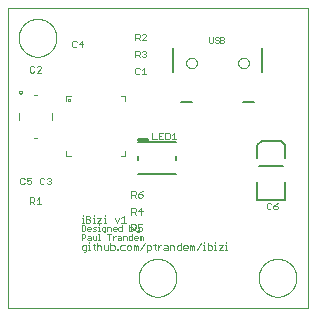
<source format=gto>
G75*
%MOIN*%
%OFA0B0*%
%FSLAX25Y25*%
%IPPOS*%
%LPD*%
%AMOC8*
5,1,8,0,0,1.08239X$1,22.5*
%
%ADD10C,0.00000*%
%ADD11C,0.00200*%
%ADD12C,0.00300*%
%ADD13C,0.00315*%
%ADD14C,0.00800*%
%ADD15C,0.01200*%
%ADD16C,0.00500*%
%ADD17C,0.00394*%
D10*
X0003400Y0003213D02*
X0003413Y0003200D01*
X0003440Y0003200D01*
X0003453Y0003213D01*
X0003474Y0003213D02*
X0003474Y0003200D01*
X0003487Y0003200D01*
X0003487Y0003213D01*
X0003474Y0003213D01*
X0003474Y0003240D02*
X0003474Y0003253D01*
X0003487Y0003253D01*
X0003487Y0003240D01*
X0003474Y0003240D01*
X0003453Y0003267D02*
X0003440Y0003280D01*
X0003413Y0003280D01*
X0003400Y0003267D01*
X0003400Y0003213D01*
X0003510Y0003200D02*
X0003564Y0003280D01*
X0003584Y0003267D02*
X0003584Y0003253D01*
X0003597Y0003240D01*
X0003624Y0003240D01*
X0003637Y0003227D01*
X0003637Y0003213D01*
X0003624Y0003200D01*
X0003597Y0003200D01*
X0003584Y0003213D01*
X0003584Y0003267D02*
X0003597Y0003280D01*
X0003624Y0003280D01*
X0003637Y0003267D01*
X0003658Y0003280D02*
X0003658Y0003200D01*
X0003658Y0003240D02*
X0003671Y0003253D01*
X0003698Y0003253D01*
X0003711Y0003240D01*
X0003711Y0003200D01*
X0003731Y0003213D02*
X0003745Y0003227D01*
X0003785Y0003227D01*
X0003785Y0003240D02*
X0003785Y0003200D01*
X0003745Y0003200D01*
X0003731Y0003213D01*
X0003745Y0003253D02*
X0003771Y0003253D01*
X0003785Y0003240D01*
X0003805Y0003227D02*
X0003832Y0003253D01*
X0003845Y0003253D01*
X0003866Y0003240D02*
X0003880Y0003253D01*
X0003906Y0003253D01*
X0003920Y0003240D01*
X0003920Y0003227D01*
X0003866Y0003227D01*
X0003866Y0003240D02*
X0003866Y0003213D01*
X0003880Y0003200D01*
X0003906Y0003200D01*
X0003940Y0003200D02*
X0003993Y0003280D01*
X0004027Y0003253D02*
X0004054Y0003253D01*
X0004067Y0003240D01*
X0004067Y0003227D01*
X0004014Y0003227D01*
X0004014Y0003240D02*
X0004027Y0003253D01*
X0004014Y0003240D02*
X0004014Y0003213D01*
X0004027Y0003200D01*
X0004054Y0003200D01*
X0004087Y0003200D02*
X0004087Y0003253D01*
X0004101Y0003253D01*
X0004114Y0003240D01*
X0004127Y0003253D01*
X0004141Y0003240D01*
X0004141Y0003200D01*
X0004161Y0003200D02*
X0004201Y0003200D01*
X0004214Y0003213D01*
X0004214Y0003240D01*
X0004201Y0003253D01*
X0004161Y0003253D01*
X0004161Y0003280D02*
X0004161Y0003200D01*
X0004114Y0003200D02*
X0004114Y0003240D01*
X0004235Y0003240D02*
X0004248Y0003253D01*
X0004275Y0003253D01*
X0004288Y0003240D01*
X0004288Y0003227D01*
X0004235Y0003227D01*
X0004235Y0003240D02*
X0004235Y0003213D01*
X0004248Y0003200D01*
X0004275Y0003200D01*
X0004308Y0003213D02*
X0004308Y0003240D01*
X0004322Y0003253D01*
X0004362Y0003253D01*
X0004382Y0003240D02*
X0004395Y0003253D01*
X0004435Y0003253D01*
X0004456Y0003240D02*
X0004469Y0003253D01*
X0004496Y0003253D01*
X0004509Y0003240D01*
X0004509Y0003227D01*
X0004456Y0003227D01*
X0004456Y0003240D02*
X0004456Y0003213D01*
X0004469Y0003200D01*
X0004496Y0003200D01*
X0004529Y0003213D02*
X0004529Y0003240D01*
X0004543Y0003253D01*
X0004583Y0003253D01*
X0004603Y0003240D02*
X0004603Y0003213D01*
X0004616Y0003200D01*
X0004656Y0003200D01*
X0004677Y0003200D02*
X0004703Y0003200D01*
X0004690Y0003200D02*
X0004690Y0003280D01*
X0004677Y0003280D01*
X0004656Y0003253D02*
X0004616Y0003253D01*
X0004603Y0003240D01*
X0004583Y0003200D02*
X0004543Y0003200D01*
X0004529Y0003213D01*
X0004583Y0003200D02*
X0004583Y0003280D01*
X0004726Y0003253D02*
X0004726Y0003213D01*
X0004739Y0003200D01*
X0004779Y0003200D01*
X0004779Y0003253D01*
X0004799Y0003253D02*
X0004839Y0003253D01*
X0004853Y0003240D01*
X0004853Y0003213D01*
X0004839Y0003200D01*
X0004799Y0003200D01*
X0004799Y0003280D01*
X0004873Y0003280D02*
X0004886Y0003280D01*
X0004886Y0003200D01*
X0004873Y0003200D02*
X0004900Y0003200D01*
X0004922Y0003213D02*
X0004935Y0003200D01*
X0004962Y0003200D01*
X0004975Y0003213D01*
X0004975Y0003240D01*
X0004962Y0003253D01*
X0004935Y0003253D01*
X0004922Y0003240D01*
X0004922Y0003213D01*
X0004996Y0003213D02*
X0005009Y0003200D01*
X0005049Y0003200D01*
X0005049Y0003187D02*
X0005049Y0003253D01*
X0005009Y0003253D01*
X0004996Y0003240D01*
X0004996Y0003213D01*
X0005022Y0003173D02*
X0005036Y0003173D01*
X0005049Y0003187D01*
X0005069Y0003213D02*
X0005083Y0003200D01*
X0005109Y0003200D01*
X0005123Y0003213D01*
X0005123Y0003240D01*
X0005109Y0003253D01*
X0005083Y0003253D01*
X0005069Y0003240D01*
X0005069Y0003213D01*
X0005143Y0003200D02*
X0005196Y0003200D01*
X0005217Y0003200D02*
X0005230Y0003200D01*
X0005230Y0003213D01*
X0005217Y0003213D01*
X0005217Y0003200D01*
X0005253Y0003200D02*
X0005293Y0003200D01*
X0005307Y0003213D01*
X0005307Y0003240D01*
X0005293Y0003253D01*
X0005253Y0003253D01*
X0005253Y0003280D02*
X0005253Y0003200D01*
X0005327Y0003200D02*
X0005327Y0003253D01*
X0005340Y0003253D01*
X0005354Y0003240D01*
X0005367Y0003253D01*
X0005380Y0003240D01*
X0005380Y0003200D01*
X0005401Y0003200D02*
X0005441Y0003200D01*
X0005454Y0003213D01*
X0005454Y0003240D01*
X0005441Y0003253D01*
X0005401Y0003253D01*
X0005401Y0003173D01*
X0005354Y0003200D02*
X0005354Y0003240D01*
X0005170Y0003280D02*
X0005170Y0003200D01*
X0005143Y0003253D02*
X0005170Y0003280D01*
X0004435Y0003280D02*
X0004435Y0003200D01*
X0004395Y0003200D01*
X0004382Y0003213D01*
X0004382Y0003240D01*
X0004362Y0003200D02*
X0004322Y0003200D01*
X0004308Y0003213D01*
X0004362Y0003200D02*
X0004362Y0003280D01*
X0003805Y0003253D02*
X0003805Y0003200D01*
X0003400Y0003400D02*
X0003400Y0103400D01*
X0103400Y0103400D01*
X0103400Y0003400D01*
X0003400Y0003400D01*
X0047101Y0013400D02*
X0047103Y0013558D01*
X0047109Y0013716D01*
X0047119Y0013874D01*
X0047133Y0014032D01*
X0047151Y0014189D01*
X0047172Y0014346D01*
X0047198Y0014502D01*
X0047228Y0014658D01*
X0047261Y0014813D01*
X0047299Y0014966D01*
X0047340Y0015119D01*
X0047385Y0015271D01*
X0047434Y0015422D01*
X0047487Y0015571D01*
X0047543Y0015719D01*
X0047603Y0015865D01*
X0047667Y0016010D01*
X0047735Y0016153D01*
X0047806Y0016295D01*
X0047880Y0016435D01*
X0047958Y0016572D01*
X0048040Y0016708D01*
X0048124Y0016842D01*
X0048213Y0016973D01*
X0048304Y0017102D01*
X0048399Y0017229D01*
X0048496Y0017354D01*
X0048597Y0017476D01*
X0048701Y0017595D01*
X0048808Y0017712D01*
X0048918Y0017826D01*
X0049031Y0017937D01*
X0049146Y0018046D01*
X0049264Y0018151D01*
X0049385Y0018253D01*
X0049508Y0018353D01*
X0049634Y0018449D01*
X0049762Y0018542D01*
X0049892Y0018632D01*
X0050025Y0018718D01*
X0050160Y0018802D01*
X0050296Y0018881D01*
X0050435Y0018958D01*
X0050576Y0019030D01*
X0050718Y0019100D01*
X0050862Y0019165D01*
X0051008Y0019227D01*
X0051155Y0019285D01*
X0051304Y0019340D01*
X0051454Y0019391D01*
X0051605Y0019438D01*
X0051757Y0019481D01*
X0051910Y0019520D01*
X0052065Y0019556D01*
X0052220Y0019587D01*
X0052376Y0019615D01*
X0052532Y0019639D01*
X0052689Y0019659D01*
X0052847Y0019675D01*
X0053004Y0019687D01*
X0053163Y0019695D01*
X0053321Y0019699D01*
X0053479Y0019699D01*
X0053637Y0019695D01*
X0053796Y0019687D01*
X0053953Y0019675D01*
X0054111Y0019659D01*
X0054268Y0019639D01*
X0054424Y0019615D01*
X0054580Y0019587D01*
X0054735Y0019556D01*
X0054890Y0019520D01*
X0055043Y0019481D01*
X0055195Y0019438D01*
X0055346Y0019391D01*
X0055496Y0019340D01*
X0055645Y0019285D01*
X0055792Y0019227D01*
X0055938Y0019165D01*
X0056082Y0019100D01*
X0056224Y0019030D01*
X0056365Y0018958D01*
X0056504Y0018881D01*
X0056640Y0018802D01*
X0056775Y0018718D01*
X0056908Y0018632D01*
X0057038Y0018542D01*
X0057166Y0018449D01*
X0057292Y0018353D01*
X0057415Y0018253D01*
X0057536Y0018151D01*
X0057654Y0018046D01*
X0057769Y0017937D01*
X0057882Y0017826D01*
X0057992Y0017712D01*
X0058099Y0017595D01*
X0058203Y0017476D01*
X0058304Y0017354D01*
X0058401Y0017229D01*
X0058496Y0017102D01*
X0058587Y0016973D01*
X0058676Y0016842D01*
X0058760Y0016708D01*
X0058842Y0016572D01*
X0058920Y0016435D01*
X0058994Y0016295D01*
X0059065Y0016153D01*
X0059133Y0016010D01*
X0059197Y0015865D01*
X0059257Y0015719D01*
X0059313Y0015571D01*
X0059366Y0015422D01*
X0059415Y0015271D01*
X0059460Y0015119D01*
X0059501Y0014966D01*
X0059539Y0014813D01*
X0059572Y0014658D01*
X0059602Y0014502D01*
X0059628Y0014346D01*
X0059649Y0014189D01*
X0059667Y0014032D01*
X0059681Y0013874D01*
X0059691Y0013716D01*
X0059697Y0013558D01*
X0059699Y0013400D01*
X0059697Y0013242D01*
X0059691Y0013084D01*
X0059681Y0012926D01*
X0059667Y0012768D01*
X0059649Y0012611D01*
X0059628Y0012454D01*
X0059602Y0012298D01*
X0059572Y0012142D01*
X0059539Y0011987D01*
X0059501Y0011834D01*
X0059460Y0011681D01*
X0059415Y0011529D01*
X0059366Y0011378D01*
X0059313Y0011229D01*
X0059257Y0011081D01*
X0059197Y0010935D01*
X0059133Y0010790D01*
X0059065Y0010647D01*
X0058994Y0010505D01*
X0058920Y0010365D01*
X0058842Y0010228D01*
X0058760Y0010092D01*
X0058676Y0009958D01*
X0058587Y0009827D01*
X0058496Y0009698D01*
X0058401Y0009571D01*
X0058304Y0009446D01*
X0058203Y0009324D01*
X0058099Y0009205D01*
X0057992Y0009088D01*
X0057882Y0008974D01*
X0057769Y0008863D01*
X0057654Y0008754D01*
X0057536Y0008649D01*
X0057415Y0008547D01*
X0057292Y0008447D01*
X0057166Y0008351D01*
X0057038Y0008258D01*
X0056908Y0008168D01*
X0056775Y0008082D01*
X0056640Y0007998D01*
X0056504Y0007919D01*
X0056365Y0007842D01*
X0056224Y0007770D01*
X0056082Y0007700D01*
X0055938Y0007635D01*
X0055792Y0007573D01*
X0055645Y0007515D01*
X0055496Y0007460D01*
X0055346Y0007409D01*
X0055195Y0007362D01*
X0055043Y0007319D01*
X0054890Y0007280D01*
X0054735Y0007244D01*
X0054580Y0007213D01*
X0054424Y0007185D01*
X0054268Y0007161D01*
X0054111Y0007141D01*
X0053953Y0007125D01*
X0053796Y0007113D01*
X0053637Y0007105D01*
X0053479Y0007101D01*
X0053321Y0007101D01*
X0053163Y0007105D01*
X0053004Y0007113D01*
X0052847Y0007125D01*
X0052689Y0007141D01*
X0052532Y0007161D01*
X0052376Y0007185D01*
X0052220Y0007213D01*
X0052065Y0007244D01*
X0051910Y0007280D01*
X0051757Y0007319D01*
X0051605Y0007362D01*
X0051454Y0007409D01*
X0051304Y0007460D01*
X0051155Y0007515D01*
X0051008Y0007573D01*
X0050862Y0007635D01*
X0050718Y0007700D01*
X0050576Y0007770D01*
X0050435Y0007842D01*
X0050296Y0007919D01*
X0050160Y0007998D01*
X0050025Y0008082D01*
X0049892Y0008168D01*
X0049762Y0008258D01*
X0049634Y0008351D01*
X0049508Y0008447D01*
X0049385Y0008547D01*
X0049264Y0008649D01*
X0049146Y0008754D01*
X0049031Y0008863D01*
X0048918Y0008974D01*
X0048808Y0009088D01*
X0048701Y0009205D01*
X0048597Y0009324D01*
X0048496Y0009446D01*
X0048399Y0009571D01*
X0048304Y0009698D01*
X0048213Y0009827D01*
X0048124Y0009958D01*
X0048040Y0010092D01*
X0047958Y0010228D01*
X0047880Y0010365D01*
X0047806Y0010505D01*
X0047735Y0010647D01*
X0047667Y0010790D01*
X0047603Y0010935D01*
X0047543Y0011081D01*
X0047487Y0011229D01*
X0047434Y0011378D01*
X0047385Y0011529D01*
X0047340Y0011681D01*
X0047299Y0011834D01*
X0047261Y0011987D01*
X0047228Y0012142D01*
X0047198Y0012298D01*
X0047172Y0012454D01*
X0047151Y0012611D01*
X0047133Y0012768D01*
X0047119Y0012926D01*
X0047109Y0013084D01*
X0047103Y0013242D01*
X0047101Y0013400D01*
X0087101Y0013400D02*
X0087103Y0013558D01*
X0087109Y0013716D01*
X0087119Y0013874D01*
X0087133Y0014032D01*
X0087151Y0014189D01*
X0087172Y0014346D01*
X0087198Y0014502D01*
X0087228Y0014658D01*
X0087261Y0014813D01*
X0087299Y0014966D01*
X0087340Y0015119D01*
X0087385Y0015271D01*
X0087434Y0015422D01*
X0087487Y0015571D01*
X0087543Y0015719D01*
X0087603Y0015865D01*
X0087667Y0016010D01*
X0087735Y0016153D01*
X0087806Y0016295D01*
X0087880Y0016435D01*
X0087958Y0016572D01*
X0088040Y0016708D01*
X0088124Y0016842D01*
X0088213Y0016973D01*
X0088304Y0017102D01*
X0088399Y0017229D01*
X0088496Y0017354D01*
X0088597Y0017476D01*
X0088701Y0017595D01*
X0088808Y0017712D01*
X0088918Y0017826D01*
X0089031Y0017937D01*
X0089146Y0018046D01*
X0089264Y0018151D01*
X0089385Y0018253D01*
X0089508Y0018353D01*
X0089634Y0018449D01*
X0089762Y0018542D01*
X0089892Y0018632D01*
X0090025Y0018718D01*
X0090160Y0018802D01*
X0090296Y0018881D01*
X0090435Y0018958D01*
X0090576Y0019030D01*
X0090718Y0019100D01*
X0090862Y0019165D01*
X0091008Y0019227D01*
X0091155Y0019285D01*
X0091304Y0019340D01*
X0091454Y0019391D01*
X0091605Y0019438D01*
X0091757Y0019481D01*
X0091910Y0019520D01*
X0092065Y0019556D01*
X0092220Y0019587D01*
X0092376Y0019615D01*
X0092532Y0019639D01*
X0092689Y0019659D01*
X0092847Y0019675D01*
X0093004Y0019687D01*
X0093163Y0019695D01*
X0093321Y0019699D01*
X0093479Y0019699D01*
X0093637Y0019695D01*
X0093796Y0019687D01*
X0093953Y0019675D01*
X0094111Y0019659D01*
X0094268Y0019639D01*
X0094424Y0019615D01*
X0094580Y0019587D01*
X0094735Y0019556D01*
X0094890Y0019520D01*
X0095043Y0019481D01*
X0095195Y0019438D01*
X0095346Y0019391D01*
X0095496Y0019340D01*
X0095645Y0019285D01*
X0095792Y0019227D01*
X0095938Y0019165D01*
X0096082Y0019100D01*
X0096224Y0019030D01*
X0096365Y0018958D01*
X0096504Y0018881D01*
X0096640Y0018802D01*
X0096775Y0018718D01*
X0096908Y0018632D01*
X0097038Y0018542D01*
X0097166Y0018449D01*
X0097292Y0018353D01*
X0097415Y0018253D01*
X0097536Y0018151D01*
X0097654Y0018046D01*
X0097769Y0017937D01*
X0097882Y0017826D01*
X0097992Y0017712D01*
X0098099Y0017595D01*
X0098203Y0017476D01*
X0098304Y0017354D01*
X0098401Y0017229D01*
X0098496Y0017102D01*
X0098587Y0016973D01*
X0098676Y0016842D01*
X0098760Y0016708D01*
X0098842Y0016572D01*
X0098920Y0016435D01*
X0098994Y0016295D01*
X0099065Y0016153D01*
X0099133Y0016010D01*
X0099197Y0015865D01*
X0099257Y0015719D01*
X0099313Y0015571D01*
X0099366Y0015422D01*
X0099415Y0015271D01*
X0099460Y0015119D01*
X0099501Y0014966D01*
X0099539Y0014813D01*
X0099572Y0014658D01*
X0099602Y0014502D01*
X0099628Y0014346D01*
X0099649Y0014189D01*
X0099667Y0014032D01*
X0099681Y0013874D01*
X0099691Y0013716D01*
X0099697Y0013558D01*
X0099699Y0013400D01*
X0099697Y0013242D01*
X0099691Y0013084D01*
X0099681Y0012926D01*
X0099667Y0012768D01*
X0099649Y0012611D01*
X0099628Y0012454D01*
X0099602Y0012298D01*
X0099572Y0012142D01*
X0099539Y0011987D01*
X0099501Y0011834D01*
X0099460Y0011681D01*
X0099415Y0011529D01*
X0099366Y0011378D01*
X0099313Y0011229D01*
X0099257Y0011081D01*
X0099197Y0010935D01*
X0099133Y0010790D01*
X0099065Y0010647D01*
X0098994Y0010505D01*
X0098920Y0010365D01*
X0098842Y0010228D01*
X0098760Y0010092D01*
X0098676Y0009958D01*
X0098587Y0009827D01*
X0098496Y0009698D01*
X0098401Y0009571D01*
X0098304Y0009446D01*
X0098203Y0009324D01*
X0098099Y0009205D01*
X0097992Y0009088D01*
X0097882Y0008974D01*
X0097769Y0008863D01*
X0097654Y0008754D01*
X0097536Y0008649D01*
X0097415Y0008547D01*
X0097292Y0008447D01*
X0097166Y0008351D01*
X0097038Y0008258D01*
X0096908Y0008168D01*
X0096775Y0008082D01*
X0096640Y0007998D01*
X0096504Y0007919D01*
X0096365Y0007842D01*
X0096224Y0007770D01*
X0096082Y0007700D01*
X0095938Y0007635D01*
X0095792Y0007573D01*
X0095645Y0007515D01*
X0095496Y0007460D01*
X0095346Y0007409D01*
X0095195Y0007362D01*
X0095043Y0007319D01*
X0094890Y0007280D01*
X0094735Y0007244D01*
X0094580Y0007213D01*
X0094424Y0007185D01*
X0094268Y0007161D01*
X0094111Y0007141D01*
X0093953Y0007125D01*
X0093796Y0007113D01*
X0093637Y0007105D01*
X0093479Y0007101D01*
X0093321Y0007101D01*
X0093163Y0007105D01*
X0093004Y0007113D01*
X0092847Y0007125D01*
X0092689Y0007141D01*
X0092532Y0007161D01*
X0092376Y0007185D01*
X0092220Y0007213D01*
X0092065Y0007244D01*
X0091910Y0007280D01*
X0091757Y0007319D01*
X0091605Y0007362D01*
X0091454Y0007409D01*
X0091304Y0007460D01*
X0091155Y0007515D01*
X0091008Y0007573D01*
X0090862Y0007635D01*
X0090718Y0007700D01*
X0090576Y0007770D01*
X0090435Y0007842D01*
X0090296Y0007919D01*
X0090160Y0007998D01*
X0090025Y0008082D01*
X0089892Y0008168D01*
X0089762Y0008258D01*
X0089634Y0008351D01*
X0089508Y0008447D01*
X0089385Y0008547D01*
X0089264Y0008649D01*
X0089146Y0008754D01*
X0089031Y0008863D01*
X0088918Y0008974D01*
X0088808Y0009088D01*
X0088701Y0009205D01*
X0088597Y0009324D01*
X0088496Y0009446D01*
X0088399Y0009571D01*
X0088304Y0009698D01*
X0088213Y0009827D01*
X0088124Y0009958D01*
X0088040Y0010092D01*
X0087958Y0010228D01*
X0087880Y0010365D01*
X0087806Y0010505D01*
X0087735Y0010647D01*
X0087667Y0010790D01*
X0087603Y0010935D01*
X0087543Y0011081D01*
X0087487Y0011229D01*
X0087434Y0011378D01*
X0087385Y0011529D01*
X0087340Y0011681D01*
X0087299Y0011834D01*
X0087261Y0011987D01*
X0087228Y0012142D01*
X0087198Y0012298D01*
X0087172Y0012454D01*
X0087151Y0012611D01*
X0087133Y0012768D01*
X0087119Y0012926D01*
X0087109Y0013084D01*
X0087103Y0013242D01*
X0087101Y0013400D01*
X0080289Y0085000D02*
X0080291Y0085084D01*
X0080297Y0085167D01*
X0080307Y0085250D01*
X0080321Y0085333D01*
X0080338Y0085415D01*
X0080360Y0085496D01*
X0080385Y0085575D01*
X0080414Y0085654D01*
X0080447Y0085731D01*
X0080483Y0085806D01*
X0080523Y0085880D01*
X0080566Y0085952D01*
X0080613Y0086021D01*
X0080663Y0086088D01*
X0080716Y0086153D01*
X0080772Y0086215D01*
X0080830Y0086275D01*
X0080892Y0086332D01*
X0080956Y0086385D01*
X0081023Y0086436D01*
X0081092Y0086483D01*
X0081163Y0086528D01*
X0081236Y0086568D01*
X0081311Y0086605D01*
X0081388Y0086639D01*
X0081466Y0086669D01*
X0081545Y0086695D01*
X0081626Y0086718D01*
X0081708Y0086736D01*
X0081790Y0086751D01*
X0081873Y0086762D01*
X0081956Y0086769D01*
X0082040Y0086772D01*
X0082124Y0086771D01*
X0082207Y0086766D01*
X0082291Y0086757D01*
X0082373Y0086744D01*
X0082455Y0086728D01*
X0082536Y0086707D01*
X0082617Y0086683D01*
X0082695Y0086655D01*
X0082773Y0086623D01*
X0082849Y0086587D01*
X0082923Y0086548D01*
X0082995Y0086506D01*
X0083065Y0086460D01*
X0083133Y0086411D01*
X0083198Y0086359D01*
X0083261Y0086304D01*
X0083321Y0086246D01*
X0083379Y0086185D01*
X0083433Y0086121D01*
X0083485Y0086055D01*
X0083533Y0085987D01*
X0083578Y0085916D01*
X0083619Y0085843D01*
X0083658Y0085769D01*
X0083692Y0085693D01*
X0083723Y0085615D01*
X0083750Y0085536D01*
X0083774Y0085455D01*
X0083793Y0085374D01*
X0083809Y0085292D01*
X0083821Y0085209D01*
X0083829Y0085125D01*
X0083833Y0085042D01*
X0083833Y0084958D01*
X0083829Y0084875D01*
X0083821Y0084791D01*
X0083809Y0084708D01*
X0083793Y0084626D01*
X0083774Y0084545D01*
X0083750Y0084464D01*
X0083723Y0084385D01*
X0083692Y0084307D01*
X0083658Y0084231D01*
X0083619Y0084157D01*
X0083578Y0084084D01*
X0083533Y0084013D01*
X0083485Y0083945D01*
X0083433Y0083879D01*
X0083379Y0083815D01*
X0083321Y0083754D01*
X0083261Y0083696D01*
X0083198Y0083641D01*
X0083133Y0083589D01*
X0083065Y0083540D01*
X0082995Y0083494D01*
X0082923Y0083452D01*
X0082849Y0083413D01*
X0082773Y0083377D01*
X0082695Y0083345D01*
X0082617Y0083317D01*
X0082536Y0083293D01*
X0082455Y0083272D01*
X0082373Y0083256D01*
X0082291Y0083243D01*
X0082207Y0083234D01*
X0082124Y0083229D01*
X0082040Y0083228D01*
X0081956Y0083231D01*
X0081873Y0083238D01*
X0081790Y0083249D01*
X0081708Y0083264D01*
X0081626Y0083282D01*
X0081545Y0083305D01*
X0081466Y0083331D01*
X0081388Y0083361D01*
X0081311Y0083395D01*
X0081236Y0083432D01*
X0081163Y0083472D01*
X0081092Y0083517D01*
X0081023Y0083564D01*
X0080956Y0083615D01*
X0080892Y0083668D01*
X0080830Y0083725D01*
X0080772Y0083785D01*
X0080716Y0083847D01*
X0080663Y0083912D01*
X0080613Y0083979D01*
X0080566Y0084048D01*
X0080523Y0084120D01*
X0080483Y0084194D01*
X0080447Y0084269D01*
X0080414Y0084346D01*
X0080385Y0084425D01*
X0080360Y0084504D01*
X0080338Y0084585D01*
X0080321Y0084667D01*
X0080307Y0084750D01*
X0080297Y0084833D01*
X0080291Y0084916D01*
X0080289Y0085000D01*
X0062967Y0085000D02*
X0062969Y0085084D01*
X0062975Y0085167D01*
X0062985Y0085250D01*
X0062999Y0085333D01*
X0063016Y0085415D01*
X0063038Y0085496D01*
X0063063Y0085575D01*
X0063092Y0085654D01*
X0063125Y0085731D01*
X0063161Y0085806D01*
X0063201Y0085880D01*
X0063244Y0085952D01*
X0063291Y0086021D01*
X0063341Y0086088D01*
X0063394Y0086153D01*
X0063450Y0086215D01*
X0063508Y0086275D01*
X0063570Y0086332D01*
X0063634Y0086385D01*
X0063701Y0086436D01*
X0063770Y0086483D01*
X0063841Y0086528D01*
X0063914Y0086568D01*
X0063989Y0086605D01*
X0064066Y0086639D01*
X0064144Y0086669D01*
X0064223Y0086695D01*
X0064304Y0086718D01*
X0064386Y0086736D01*
X0064468Y0086751D01*
X0064551Y0086762D01*
X0064634Y0086769D01*
X0064718Y0086772D01*
X0064802Y0086771D01*
X0064885Y0086766D01*
X0064969Y0086757D01*
X0065051Y0086744D01*
X0065133Y0086728D01*
X0065214Y0086707D01*
X0065295Y0086683D01*
X0065373Y0086655D01*
X0065451Y0086623D01*
X0065527Y0086587D01*
X0065601Y0086548D01*
X0065673Y0086506D01*
X0065743Y0086460D01*
X0065811Y0086411D01*
X0065876Y0086359D01*
X0065939Y0086304D01*
X0065999Y0086246D01*
X0066057Y0086185D01*
X0066111Y0086121D01*
X0066163Y0086055D01*
X0066211Y0085987D01*
X0066256Y0085916D01*
X0066297Y0085843D01*
X0066336Y0085769D01*
X0066370Y0085693D01*
X0066401Y0085615D01*
X0066428Y0085536D01*
X0066452Y0085455D01*
X0066471Y0085374D01*
X0066487Y0085292D01*
X0066499Y0085209D01*
X0066507Y0085125D01*
X0066511Y0085042D01*
X0066511Y0084958D01*
X0066507Y0084875D01*
X0066499Y0084791D01*
X0066487Y0084708D01*
X0066471Y0084626D01*
X0066452Y0084545D01*
X0066428Y0084464D01*
X0066401Y0084385D01*
X0066370Y0084307D01*
X0066336Y0084231D01*
X0066297Y0084157D01*
X0066256Y0084084D01*
X0066211Y0084013D01*
X0066163Y0083945D01*
X0066111Y0083879D01*
X0066057Y0083815D01*
X0065999Y0083754D01*
X0065939Y0083696D01*
X0065876Y0083641D01*
X0065811Y0083589D01*
X0065743Y0083540D01*
X0065673Y0083494D01*
X0065601Y0083452D01*
X0065527Y0083413D01*
X0065451Y0083377D01*
X0065373Y0083345D01*
X0065295Y0083317D01*
X0065214Y0083293D01*
X0065133Y0083272D01*
X0065051Y0083256D01*
X0064969Y0083243D01*
X0064885Y0083234D01*
X0064802Y0083229D01*
X0064718Y0083228D01*
X0064634Y0083231D01*
X0064551Y0083238D01*
X0064468Y0083249D01*
X0064386Y0083264D01*
X0064304Y0083282D01*
X0064223Y0083305D01*
X0064144Y0083331D01*
X0064066Y0083361D01*
X0063989Y0083395D01*
X0063914Y0083432D01*
X0063841Y0083472D01*
X0063770Y0083517D01*
X0063701Y0083564D01*
X0063634Y0083615D01*
X0063570Y0083668D01*
X0063508Y0083725D01*
X0063450Y0083785D01*
X0063394Y0083847D01*
X0063341Y0083912D01*
X0063291Y0083979D01*
X0063244Y0084048D01*
X0063201Y0084120D01*
X0063161Y0084194D01*
X0063125Y0084269D01*
X0063092Y0084346D01*
X0063063Y0084425D01*
X0063038Y0084504D01*
X0063016Y0084585D01*
X0062999Y0084667D01*
X0062985Y0084750D01*
X0062975Y0084833D01*
X0062969Y0084916D01*
X0062967Y0085000D01*
X0007101Y0093400D02*
X0007103Y0093558D01*
X0007109Y0093716D01*
X0007119Y0093874D01*
X0007133Y0094032D01*
X0007151Y0094189D01*
X0007172Y0094346D01*
X0007198Y0094502D01*
X0007228Y0094658D01*
X0007261Y0094813D01*
X0007299Y0094966D01*
X0007340Y0095119D01*
X0007385Y0095271D01*
X0007434Y0095422D01*
X0007487Y0095571D01*
X0007543Y0095719D01*
X0007603Y0095865D01*
X0007667Y0096010D01*
X0007735Y0096153D01*
X0007806Y0096295D01*
X0007880Y0096435D01*
X0007958Y0096572D01*
X0008040Y0096708D01*
X0008124Y0096842D01*
X0008213Y0096973D01*
X0008304Y0097102D01*
X0008399Y0097229D01*
X0008496Y0097354D01*
X0008597Y0097476D01*
X0008701Y0097595D01*
X0008808Y0097712D01*
X0008918Y0097826D01*
X0009031Y0097937D01*
X0009146Y0098046D01*
X0009264Y0098151D01*
X0009385Y0098253D01*
X0009508Y0098353D01*
X0009634Y0098449D01*
X0009762Y0098542D01*
X0009892Y0098632D01*
X0010025Y0098718D01*
X0010160Y0098802D01*
X0010296Y0098881D01*
X0010435Y0098958D01*
X0010576Y0099030D01*
X0010718Y0099100D01*
X0010862Y0099165D01*
X0011008Y0099227D01*
X0011155Y0099285D01*
X0011304Y0099340D01*
X0011454Y0099391D01*
X0011605Y0099438D01*
X0011757Y0099481D01*
X0011910Y0099520D01*
X0012065Y0099556D01*
X0012220Y0099587D01*
X0012376Y0099615D01*
X0012532Y0099639D01*
X0012689Y0099659D01*
X0012847Y0099675D01*
X0013004Y0099687D01*
X0013163Y0099695D01*
X0013321Y0099699D01*
X0013479Y0099699D01*
X0013637Y0099695D01*
X0013796Y0099687D01*
X0013953Y0099675D01*
X0014111Y0099659D01*
X0014268Y0099639D01*
X0014424Y0099615D01*
X0014580Y0099587D01*
X0014735Y0099556D01*
X0014890Y0099520D01*
X0015043Y0099481D01*
X0015195Y0099438D01*
X0015346Y0099391D01*
X0015496Y0099340D01*
X0015645Y0099285D01*
X0015792Y0099227D01*
X0015938Y0099165D01*
X0016082Y0099100D01*
X0016224Y0099030D01*
X0016365Y0098958D01*
X0016504Y0098881D01*
X0016640Y0098802D01*
X0016775Y0098718D01*
X0016908Y0098632D01*
X0017038Y0098542D01*
X0017166Y0098449D01*
X0017292Y0098353D01*
X0017415Y0098253D01*
X0017536Y0098151D01*
X0017654Y0098046D01*
X0017769Y0097937D01*
X0017882Y0097826D01*
X0017992Y0097712D01*
X0018099Y0097595D01*
X0018203Y0097476D01*
X0018304Y0097354D01*
X0018401Y0097229D01*
X0018496Y0097102D01*
X0018587Y0096973D01*
X0018676Y0096842D01*
X0018760Y0096708D01*
X0018842Y0096572D01*
X0018920Y0096435D01*
X0018994Y0096295D01*
X0019065Y0096153D01*
X0019133Y0096010D01*
X0019197Y0095865D01*
X0019257Y0095719D01*
X0019313Y0095571D01*
X0019366Y0095422D01*
X0019415Y0095271D01*
X0019460Y0095119D01*
X0019501Y0094966D01*
X0019539Y0094813D01*
X0019572Y0094658D01*
X0019602Y0094502D01*
X0019628Y0094346D01*
X0019649Y0094189D01*
X0019667Y0094032D01*
X0019681Y0093874D01*
X0019691Y0093716D01*
X0019697Y0093558D01*
X0019699Y0093400D01*
X0019697Y0093242D01*
X0019691Y0093084D01*
X0019681Y0092926D01*
X0019667Y0092768D01*
X0019649Y0092611D01*
X0019628Y0092454D01*
X0019602Y0092298D01*
X0019572Y0092142D01*
X0019539Y0091987D01*
X0019501Y0091834D01*
X0019460Y0091681D01*
X0019415Y0091529D01*
X0019366Y0091378D01*
X0019313Y0091229D01*
X0019257Y0091081D01*
X0019197Y0090935D01*
X0019133Y0090790D01*
X0019065Y0090647D01*
X0018994Y0090505D01*
X0018920Y0090365D01*
X0018842Y0090228D01*
X0018760Y0090092D01*
X0018676Y0089958D01*
X0018587Y0089827D01*
X0018496Y0089698D01*
X0018401Y0089571D01*
X0018304Y0089446D01*
X0018203Y0089324D01*
X0018099Y0089205D01*
X0017992Y0089088D01*
X0017882Y0088974D01*
X0017769Y0088863D01*
X0017654Y0088754D01*
X0017536Y0088649D01*
X0017415Y0088547D01*
X0017292Y0088447D01*
X0017166Y0088351D01*
X0017038Y0088258D01*
X0016908Y0088168D01*
X0016775Y0088082D01*
X0016640Y0087998D01*
X0016504Y0087919D01*
X0016365Y0087842D01*
X0016224Y0087770D01*
X0016082Y0087700D01*
X0015938Y0087635D01*
X0015792Y0087573D01*
X0015645Y0087515D01*
X0015496Y0087460D01*
X0015346Y0087409D01*
X0015195Y0087362D01*
X0015043Y0087319D01*
X0014890Y0087280D01*
X0014735Y0087244D01*
X0014580Y0087213D01*
X0014424Y0087185D01*
X0014268Y0087161D01*
X0014111Y0087141D01*
X0013953Y0087125D01*
X0013796Y0087113D01*
X0013637Y0087105D01*
X0013479Y0087101D01*
X0013321Y0087101D01*
X0013163Y0087105D01*
X0013004Y0087113D01*
X0012847Y0087125D01*
X0012689Y0087141D01*
X0012532Y0087161D01*
X0012376Y0087185D01*
X0012220Y0087213D01*
X0012065Y0087244D01*
X0011910Y0087280D01*
X0011757Y0087319D01*
X0011605Y0087362D01*
X0011454Y0087409D01*
X0011304Y0087460D01*
X0011155Y0087515D01*
X0011008Y0087573D01*
X0010862Y0087635D01*
X0010718Y0087700D01*
X0010576Y0087770D01*
X0010435Y0087842D01*
X0010296Y0087919D01*
X0010160Y0087998D01*
X0010025Y0088082D01*
X0009892Y0088168D01*
X0009762Y0088258D01*
X0009634Y0088351D01*
X0009508Y0088447D01*
X0009385Y0088547D01*
X0009264Y0088649D01*
X0009146Y0088754D01*
X0009031Y0088863D01*
X0008918Y0088974D01*
X0008808Y0089088D01*
X0008701Y0089205D01*
X0008597Y0089324D01*
X0008496Y0089446D01*
X0008399Y0089571D01*
X0008304Y0089698D01*
X0008213Y0089827D01*
X0008124Y0089958D01*
X0008040Y0090092D01*
X0007958Y0090228D01*
X0007880Y0090365D01*
X0007806Y0090505D01*
X0007735Y0090647D01*
X0007667Y0090790D01*
X0007603Y0090935D01*
X0007543Y0091081D01*
X0007487Y0091229D01*
X0007434Y0091378D01*
X0007385Y0091529D01*
X0007340Y0091681D01*
X0007299Y0091834D01*
X0007261Y0091987D01*
X0007228Y0092142D01*
X0007198Y0092298D01*
X0007172Y0092454D01*
X0007151Y0092611D01*
X0007133Y0092768D01*
X0007119Y0092926D01*
X0007109Y0093084D01*
X0007103Y0093242D01*
X0007101Y0093400D01*
D11*
X0011247Y0084002D02*
X0010880Y0083635D01*
X0010880Y0082167D01*
X0011247Y0081800D01*
X0011981Y0081800D01*
X0012348Y0082167D01*
X0013090Y0081800D02*
X0014558Y0083268D01*
X0014558Y0083635D01*
X0014191Y0084002D01*
X0013457Y0084002D01*
X0013090Y0083635D01*
X0012348Y0083635D02*
X0011981Y0084002D01*
X0011247Y0084002D01*
X0013090Y0081800D02*
X0014558Y0081800D01*
X0024980Y0090567D02*
X0025347Y0090200D01*
X0026081Y0090200D01*
X0026448Y0090567D01*
X0027190Y0091301D02*
X0028658Y0091301D01*
X0028291Y0090200D02*
X0028291Y0092402D01*
X0027190Y0091301D01*
X0026448Y0092035D02*
X0026081Y0092402D01*
X0025347Y0092402D01*
X0024980Y0092035D01*
X0024980Y0090567D01*
X0046000Y0089102D02*
X0046000Y0086900D01*
X0046000Y0087634D02*
X0047101Y0087634D01*
X0047468Y0088001D01*
X0047468Y0088735D01*
X0047101Y0089102D01*
X0046000Y0089102D01*
X0046734Y0087634D02*
X0047468Y0086900D01*
X0048210Y0087267D02*
X0048577Y0086900D01*
X0049311Y0086900D01*
X0049678Y0087267D01*
X0049678Y0087634D01*
X0049311Y0088001D01*
X0048944Y0088001D01*
X0049311Y0088001D02*
X0049678Y0088368D01*
X0049678Y0088735D01*
X0049311Y0089102D01*
X0048577Y0089102D01*
X0048210Y0088735D01*
X0048210Y0092600D02*
X0049678Y0094068D01*
X0049678Y0094435D01*
X0049311Y0094802D01*
X0048577Y0094802D01*
X0048210Y0094435D01*
X0047468Y0094435D02*
X0047468Y0093701D01*
X0047101Y0093334D01*
X0046000Y0093334D01*
X0046734Y0093334D02*
X0047468Y0092600D01*
X0048210Y0092600D02*
X0049678Y0092600D01*
X0047468Y0094435D02*
X0047101Y0094802D01*
X0046000Y0094802D01*
X0046000Y0092600D01*
X0046367Y0083402D02*
X0046000Y0083035D01*
X0046000Y0081567D01*
X0046367Y0081200D01*
X0047101Y0081200D01*
X0047468Y0081567D01*
X0048210Y0081200D02*
X0049678Y0081200D01*
X0048944Y0081200D02*
X0048944Y0083402D01*
X0048210Y0082668D01*
X0047468Y0083035D02*
X0047101Y0083402D01*
X0046367Y0083402D01*
X0051598Y0061776D02*
X0051598Y0059574D01*
X0053066Y0059574D01*
X0053808Y0059574D02*
X0055276Y0059574D01*
X0056018Y0059574D02*
X0057119Y0059574D01*
X0057486Y0059941D01*
X0057486Y0061409D01*
X0057119Y0061776D01*
X0056018Y0061776D01*
X0056018Y0059574D01*
X0054542Y0060675D02*
X0053808Y0060675D01*
X0053808Y0061776D02*
X0053808Y0059574D01*
X0053808Y0061776D02*
X0055276Y0061776D01*
X0058228Y0061042D02*
X0058962Y0061776D01*
X0058962Y0059574D01*
X0058228Y0059574D02*
X0059696Y0059574D01*
X0048398Y0042342D02*
X0047664Y0041975D01*
X0046930Y0041241D01*
X0048031Y0041241D01*
X0048398Y0040874D01*
X0048398Y0040507D01*
X0048031Y0040140D01*
X0047297Y0040140D01*
X0046930Y0040507D01*
X0046930Y0041241D01*
X0046188Y0041241D02*
X0045821Y0040874D01*
X0044720Y0040874D01*
X0045454Y0040874D02*
X0046188Y0040140D01*
X0046188Y0041241D02*
X0046188Y0041975D01*
X0045821Y0042342D01*
X0044720Y0042342D01*
X0044720Y0040140D01*
X0044720Y0036642D02*
X0045821Y0036642D01*
X0046188Y0036275D01*
X0046188Y0035541D01*
X0045821Y0035174D01*
X0044720Y0035174D01*
X0045454Y0035174D02*
X0046188Y0034440D01*
X0046930Y0035541D02*
X0048398Y0035541D01*
X0048031Y0034440D02*
X0048031Y0036642D01*
X0046930Y0035541D01*
X0044720Y0034440D02*
X0044720Y0036642D01*
X0042073Y0033962D02*
X0041339Y0033228D01*
X0040597Y0033228D02*
X0039863Y0031760D01*
X0039129Y0033228D01*
X0041339Y0031760D02*
X0042807Y0031760D01*
X0042073Y0031760D02*
X0042073Y0033962D01*
X0041578Y0030902D02*
X0041578Y0029100D01*
X0040677Y0029100D01*
X0040377Y0029400D01*
X0040377Y0030001D01*
X0040677Y0030301D01*
X0041578Y0030301D01*
X0039737Y0030001D02*
X0039737Y0029701D01*
X0038536Y0029701D01*
X0038536Y0030001D02*
X0038836Y0030301D01*
X0039436Y0030301D01*
X0039737Y0030001D01*
X0039436Y0029100D02*
X0038836Y0029100D01*
X0038536Y0029400D01*
X0038536Y0030001D01*
X0037895Y0030001D02*
X0037895Y0029100D01*
X0037895Y0030001D02*
X0037595Y0030301D01*
X0036694Y0030301D01*
X0036694Y0029100D01*
X0036053Y0029100D02*
X0035153Y0029100D01*
X0034852Y0029400D01*
X0034852Y0030001D01*
X0035153Y0030301D01*
X0036053Y0030301D01*
X0036053Y0028800D01*
X0035753Y0028499D01*
X0035453Y0028499D01*
X0036694Y0027902D02*
X0037895Y0027902D01*
X0037295Y0027902D02*
X0037295Y0026100D01*
X0037676Y0024902D02*
X0037676Y0022700D01*
X0038777Y0022700D01*
X0039144Y0023067D01*
X0039144Y0023801D01*
X0038777Y0024168D01*
X0037676Y0024168D01*
X0036934Y0024168D02*
X0036934Y0022700D01*
X0035833Y0022700D01*
X0035466Y0023067D01*
X0035466Y0024168D01*
X0034724Y0023801D02*
X0034724Y0022700D01*
X0034724Y0023801D02*
X0034357Y0024168D01*
X0033623Y0024168D01*
X0033256Y0023801D01*
X0032517Y0024168D02*
X0031783Y0024168D01*
X0032150Y0024535D02*
X0032150Y0023067D01*
X0032517Y0022700D01*
X0033256Y0022700D02*
X0033256Y0024902D01*
X0032984Y0026100D02*
X0032984Y0027301D01*
X0033625Y0027902D02*
X0033925Y0027902D01*
X0033925Y0026100D01*
X0033625Y0026100D02*
X0034225Y0026100D01*
X0032984Y0026100D02*
X0032083Y0026100D01*
X0031783Y0026400D01*
X0031783Y0027301D01*
X0031143Y0027001D02*
X0031143Y0026100D01*
X0030242Y0026100D01*
X0029942Y0026400D01*
X0030242Y0026701D01*
X0031143Y0026701D01*
X0031143Y0027001D02*
X0030842Y0027301D01*
X0030242Y0027301D01*
X0029301Y0027601D02*
X0029301Y0027001D01*
X0029001Y0026701D01*
X0028100Y0026701D01*
X0028100Y0026100D02*
X0028100Y0027902D01*
X0029001Y0027902D01*
X0029301Y0027601D01*
X0029001Y0029100D02*
X0028100Y0029100D01*
X0028100Y0030902D01*
X0029001Y0030902D01*
X0029301Y0030601D01*
X0029301Y0029400D01*
X0029001Y0029100D01*
X0029942Y0029400D02*
X0029942Y0030001D01*
X0030242Y0030301D01*
X0030842Y0030301D01*
X0031143Y0030001D01*
X0031143Y0029701D01*
X0029942Y0029701D01*
X0029942Y0029400D02*
X0030242Y0029100D01*
X0030842Y0029100D01*
X0031783Y0029100D02*
X0032684Y0029100D01*
X0032984Y0029400D01*
X0032684Y0029701D01*
X0032083Y0029701D01*
X0031783Y0030001D01*
X0032083Y0030301D01*
X0032984Y0030301D01*
X0033625Y0030301D02*
X0033925Y0030301D01*
X0033925Y0029100D01*
X0033625Y0029100D02*
X0034225Y0029100D01*
X0033925Y0030902D02*
X0033925Y0031202D01*
X0033236Y0031760D02*
X0034704Y0031760D01*
X0035446Y0031760D02*
X0036180Y0031760D01*
X0035813Y0031760D02*
X0035813Y0033228D01*
X0035446Y0033228D01*
X0034704Y0033228D02*
X0033236Y0031760D01*
X0032497Y0031760D02*
X0031763Y0031760D01*
X0032130Y0031760D02*
X0032130Y0033228D01*
X0031763Y0033228D01*
X0031021Y0033228D02*
X0030654Y0032861D01*
X0029553Y0032861D01*
X0029553Y0031760D02*
X0029553Y0033962D01*
X0030654Y0033962D01*
X0031021Y0033595D01*
X0031021Y0033228D01*
X0030654Y0032861D02*
X0031021Y0032494D01*
X0031021Y0032127D01*
X0030654Y0031760D01*
X0029553Y0031760D01*
X0028814Y0031760D02*
X0028080Y0031760D01*
X0028447Y0031760D02*
X0028447Y0033228D01*
X0028080Y0033228D01*
X0028447Y0033962D02*
X0028447Y0034329D01*
X0032130Y0034329D02*
X0032130Y0033962D01*
X0033236Y0033228D02*
X0034704Y0033228D01*
X0035813Y0033962D02*
X0035813Y0034329D01*
X0038536Y0027301D02*
X0038536Y0026100D01*
X0038536Y0026701D02*
X0039136Y0027301D01*
X0039436Y0027301D01*
X0040370Y0027301D02*
X0040971Y0027301D01*
X0041271Y0027001D01*
X0041271Y0026100D01*
X0040370Y0026100D01*
X0040070Y0026400D01*
X0040370Y0026701D01*
X0041271Y0026701D01*
X0041912Y0027301D02*
X0041912Y0026100D01*
X0043113Y0026100D02*
X0043113Y0027001D01*
X0042813Y0027301D01*
X0041912Y0027301D01*
X0043753Y0027001D02*
X0044054Y0027301D01*
X0044954Y0027301D01*
X0044954Y0027902D02*
X0044954Y0026100D01*
X0044054Y0026100D01*
X0043753Y0026400D01*
X0043753Y0027001D01*
X0045595Y0027001D02*
X0045895Y0027301D01*
X0046496Y0027301D01*
X0046796Y0027001D01*
X0046796Y0026701D01*
X0045595Y0026701D01*
X0045595Y0027001D02*
X0045595Y0026400D01*
X0045895Y0026100D01*
X0046496Y0026100D01*
X0047436Y0026100D02*
X0047436Y0027301D01*
X0047737Y0027301D01*
X0048037Y0027001D01*
X0048337Y0027301D01*
X0048638Y0027001D01*
X0048638Y0026100D01*
X0048037Y0026100D02*
X0048037Y0027001D01*
X0046803Y0028499D02*
X0046502Y0028499D01*
X0046803Y0028499D02*
X0047103Y0028800D01*
X0047103Y0030301D01*
X0046810Y0030101D02*
X0047544Y0030468D01*
X0047911Y0030468D01*
X0048278Y0030101D01*
X0048278Y0029367D01*
X0047911Y0029000D01*
X0047177Y0029000D01*
X0046810Y0029367D01*
X0047103Y0029100D02*
X0046202Y0029100D01*
X0045902Y0029400D01*
X0045902Y0030301D01*
X0046068Y0030101D02*
X0045701Y0029734D01*
X0044600Y0029734D01*
X0044961Y0030301D02*
X0044060Y0030301D01*
X0044060Y0030902D02*
X0044060Y0029100D01*
X0044961Y0029100D01*
X0045261Y0029400D01*
X0045261Y0030001D01*
X0044961Y0030301D01*
X0045334Y0029734D02*
X0046068Y0029000D01*
X0046068Y0030101D02*
X0046068Y0030835D01*
X0045701Y0031202D01*
X0044600Y0031202D01*
X0044600Y0029000D01*
X0046810Y0030101D02*
X0046810Y0031202D01*
X0048278Y0031202D01*
X0049089Y0024902D02*
X0047621Y0022700D01*
X0046879Y0022700D02*
X0046879Y0023801D01*
X0046512Y0024168D01*
X0046145Y0023801D01*
X0046145Y0022700D01*
X0045411Y0022700D02*
X0045411Y0024168D01*
X0045778Y0024168D01*
X0046145Y0023801D01*
X0044669Y0023801D02*
X0044302Y0024168D01*
X0043568Y0024168D01*
X0043201Y0023801D01*
X0043201Y0023067D01*
X0043568Y0022700D01*
X0044302Y0022700D01*
X0044669Y0023067D01*
X0044669Y0023801D01*
X0042459Y0024168D02*
X0041358Y0024168D01*
X0040991Y0023801D01*
X0040991Y0023067D01*
X0041358Y0022700D01*
X0042459Y0022700D01*
X0040253Y0022700D02*
X0039886Y0022700D01*
X0039886Y0023067D01*
X0040253Y0023067D01*
X0040253Y0022700D01*
X0031044Y0022700D02*
X0030310Y0022700D01*
X0030677Y0022700D02*
X0030677Y0024168D01*
X0030310Y0024168D01*
X0029568Y0024168D02*
X0028467Y0024168D01*
X0028100Y0023801D01*
X0028100Y0023067D01*
X0028467Y0022700D01*
X0029568Y0022700D01*
X0029568Y0022333D02*
X0029568Y0024168D01*
X0030677Y0024902D02*
X0030677Y0025269D01*
X0029568Y0022333D02*
X0029201Y0021966D01*
X0028834Y0021966D01*
X0014578Y0038000D02*
X0013110Y0038000D01*
X0013844Y0038000D02*
X0013844Y0040202D01*
X0013110Y0039468D01*
X0012368Y0039835D02*
X0012368Y0039101D01*
X0012001Y0038734D01*
X0010900Y0038734D01*
X0011634Y0038734D02*
X0012368Y0038000D01*
X0010900Y0038000D02*
X0010900Y0040202D01*
X0012001Y0040202D01*
X0012368Y0039835D01*
X0010911Y0044600D02*
X0010177Y0044600D01*
X0009810Y0044967D01*
X0009810Y0045701D02*
X0010544Y0046068D01*
X0010911Y0046068D01*
X0011278Y0045701D01*
X0011278Y0044967D01*
X0010911Y0044600D01*
X0009810Y0045701D02*
X0009810Y0046802D01*
X0011278Y0046802D01*
X0009068Y0046435D02*
X0008701Y0046802D01*
X0007967Y0046802D01*
X0007600Y0046435D01*
X0007600Y0044967D01*
X0007967Y0044600D01*
X0008701Y0044600D01*
X0009068Y0044967D01*
X0014200Y0044967D02*
X0014567Y0044600D01*
X0015301Y0044600D01*
X0015668Y0044967D01*
X0016410Y0044967D02*
X0016777Y0044600D01*
X0017511Y0044600D01*
X0017878Y0044967D01*
X0017878Y0045334D01*
X0017511Y0045701D01*
X0017144Y0045701D01*
X0017511Y0045701D02*
X0017878Y0046068D01*
X0017878Y0046435D01*
X0017511Y0046802D01*
X0016777Y0046802D01*
X0016410Y0046435D01*
X0015668Y0046435D02*
X0015301Y0046802D01*
X0014567Y0046802D01*
X0014200Y0046435D01*
X0014200Y0044967D01*
X0049830Y0024168D02*
X0049830Y0021966D01*
X0049830Y0022700D02*
X0050931Y0022700D01*
X0051298Y0023067D01*
X0051298Y0023801D01*
X0050931Y0024168D01*
X0049830Y0024168D01*
X0052040Y0024168D02*
X0052774Y0024168D01*
X0052407Y0024535D02*
X0052407Y0023067D01*
X0052774Y0022700D01*
X0053514Y0022700D02*
X0053514Y0024168D01*
X0054248Y0024168D02*
X0054615Y0024168D01*
X0054248Y0024168D02*
X0053514Y0023434D01*
X0055355Y0023067D02*
X0055722Y0023434D01*
X0056823Y0023434D01*
X0056823Y0023801D02*
X0056823Y0022700D01*
X0055722Y0022700D01*
X0055355Y0023067D01*
X0055722Y0024168D02*
X0056456Y0024168D01*
X0056823Y0023801D01*
X0057565Y0024168D02*
X0057565Y0022700D01*
X0057565Y0024168D02*
X0058666Y0024168D01*
X0059033Y0023801D01*
X0059033Y0022700D01*
X0059775Y0023067D02*
X0059775Y0023801D01*
X0060142Y0024168D01*
X0061243Y0024168D01*
X0061243Y0024902D02*
X0061243Y0022700D01*
X0060142Y0022700D01*
X0059775Y0023067D01*
X0061985Y0023067D02*
X0061985Y0023801D01*
X0062352Y0024168D01*
X0063086Y0024168D01*
X0063453Y0023801D01*
X0063453Y0023434D01*
X0061985Y0023434D01*
X0061985Y0023067D02*
X0062352Y0022700D01*
X0063086Y0022700D01*
X0064195Y0022700D02*
X0064195Y0024168D01*
X0064562Y0024168D01*
X0064929Y0023801D01*
X0065296Y0024168D01*
X0065663Y0023801D01*
X0065663Y0022700D01*
X0064929Y0022700D02*
X0064929Y0023801D01*
X0066405Y0022700D02*
X0067872Y0024902D01*
X0068614Y0024168D02*
X0068981Y0024168D01*
X0068981Y0022700D01*
X0068614Y0022700D02*
X0069348Y0022700D01*
X0070088Y0022700D02*
X0071189Y0022700D01*
X0071556Y0023067D01*
X0071556Y0023801D01*
X0071189Y0024168D01*
X0070088Y0024168D01*
X0070088Y0024902D02*
X0070088Y0022700D01*
X0072298Y0022700D02*
X0073032Y0022700D01*
X0072665Y0022700D02*
X0072665Y0024168D01*
X0072298Y0024168D01*
X0072665Y0024902D02*
X0072665Y0025269D01*
X0073771Y0024168D02*
X0075239Y0024168D01*
X0073771Y0022700D01*
X0075239Y0022700D01*
X0075981Y0022700D02*
X0076715Y0022700D01*
X0076348Y0022700D02*
X0076348Y0024168D01*
X0075981Y0024168D01*
X0076348Y0024902D02*
X0076348Y0025269D01*
X0068981Y0025269D02*
X0068981Y0024902D01*
X0089800Y0036604D02*
X0090167Y0036237D01*
X0090901Y0036237D01*
X0091268Y0036604D01*
X0092010Y0036604D02*
X0092377Y0036237D01*
X0093111Y0036237D01*
X0093478Y0036604D01*
X0093478Y0036971D01*
X0093111Y0037338D01*
X0092010Y0037338D01*
X0092010Y0036604D01*
X0092010Y0037338D02*
X0092744Y0038072D01*
X0093478Y0038439D01*
X0091268Y0038072D02*
X0090901Y0038439D01*
X0090167Y0038439D01*
X0089800Y0038072D01*
X0089800Y0036604D01*
X0075284Y0091700D02*
X0074383Y0091700D01*
X0074383Y0093502D01*
X0075284Y0093502D01*
X0075584Y0093201D01*
X0075584Y0092901D01*
X0075284Y0092601D01*
X0074383Y0092601D01*
X0073743Y0092301D02*
X0073743Y0092000D01*
X0073442Y0091700D01*
X0072842Y0091700D01*
X0072542Y0092000D01*
X0071901Y0092000D02*
X0071901Y0093502D01*
X0072542Y0093201D02*
X0072542Y0092901D01*
X0072842Y0092601D01*
X0073442Y0092601D01*
X0073743Y0092301D01*
X0073743Y0093201D02*
X0073442Y0093502D01*
X0072842Y0093502D01*
X0072542Y0093201D01*
X0070700Y0093502D02*
X0070700Y0092000D01*
X0071000Y0091700D01*
X0071601Y0091700D01*
X0071901Y0092000D01*
X0075284Y0091700D02*
X0075584Y0092000D01*
X0075584Y0092301D01*
X0075284Y0092601D01*
D12*
X0023445Y0072739D02*
X0023447Y0072778D01*
X0023453Y0072817D01*
X0023463Y0072855D01*
X0023476Y0072892D01*
X0023493Y0072927D01*
X0023513Y0072961D01*
X0023537Y0072992D01*
X0023564Y0073021D01*
X0023593Y0073047D01*
X0023625Y0073070D01*
X0023659Y0073090D01*
X0023695Y0073106D01*
X0023732Y0073118D01*
X0023771Y0073127D01*
X0023810Y0073132D01*
X0023849Y0073133D01*
X0023888Y0073130D01*
X0023927Y0073123D01*
X0023964Y0073112D01*
X0024001Y0073098D01*
X0024036Y0073080D01*
X0024069Y0073059D01*
X0024100Y0073034D01*
X0024128Y0073007D01*
X0024153Y0072977D01*
X0024175Y0072944D01*
X0024194Y0072910D01*
X0024209Y0072874D01*
X0024221Y0072836D01*
X0024229Y0072798D01*
X0024233Y0072759D01*
X0024233Y0072719D01*
X0024229Y0072680D01*
X0024221Y0072642D01*
X0024209Y0072604D01*
X0024194Y0072568D01*
X0024175Y0072534D01*
X0024153Y0072501D01*
X0024128Y0072471D01*
X0024100Y0072444D01*
X0024069Y0072419D01*
X0024036Y0072398D01*
X0024001Y0072380D01*
X0023964Y0072366D01*
X0023927Y0072355D01*
X0023888Y0072348D01*
X0023849Y0072345D01*
X0023810Y0072346D01*
X0023771Y0072351D01*
X0023732Y0072360D01*
X0023695Y0072372D01*
X0023659Y0072388D01*
X0023625Y0072408D01*
X0023593Y0072431D01*
X0023564Y0072457D01*
X0023537Y0072486D01*
X0023513Y0072517D01*
X0023493Y0072551D01*
X0023476Y0072586D01*
X0023463Y0072623D01*
X0023453Y0072661D01*
X0023447Y0072700D01*
X0023445Y0072739D01*
D13*
X0022957Y0072268D02*
X0022957Y0073843D01*
X0024532Y0073843D01*
X0041068Y0073843D02*
X0042643Y0073843D01*
X0042643Y0072268D01*
X0042643Y0055732D02*
X0042643Y0054157D01*
X0041068Y0054157D01*
X0024532Y0054157D02*
X0022957Y0054157D01*
X0022957Y0055732D01*
D14*
X0046904Y0053991D02*
X0046904Y0052809D01*
X0046904Y0048085D02*
X0059699Y0048085D01*
X0059699Y0052809D02*
X0059699Y0053991D01*
X0059699Y0058715D02*
X0046904Y0058715D01*
X0061195Y0072008D02*
X0064739Y0072008D01*
X0058439Y0081850D02*
X0058439Y0090118D01*
X0082061Y0072008D02*
X0085605Y0072008D01*
X0088361Y0081850D02*
X0088361Y0090118D01*
X0088150Y0059143D02*
X0086576Y0057568D01*
X0086576Y0053237D01*
X0088150Y0059143D02*
X0094450Y0059143D01*
X0096024Y0057568D01*
X0096024Y0053237D01*
X0096024Y0045363D02*
X0096024Y0039457D01*
X0086576Y0039457D01*
X0086576Y0045363D01*
D15*
X0050054Y0059306D02*
X0047298Y0059306D01*
D16*
X0087300Y0050800D02*
X0095300Y0050800D01*
D17*
X0018361Y0066087D02*
X0018361Y0068252D01*
X0013381Y0074315D02*
X0012298Y0074315D01*
X0007284Y0075280D02*
X0007286Y0075324D01*
X0007292Y0075367D01*
X0007302Y0075410D01*
X0007315Y0075451D01*
X0007332Y0075491D01*
X0007353Y0075530D01*
X0007377Y0075566D01*
X0007404Y0075600D01*
X0007434Y0075632D01*
X0007467Y0075661D01*
X0007503Y0075686D01*
X0007540Y0075709D01*
X0007580Y0075728D01*
X0007621Y0075743D01*
X0007663Y0075755D01*
X0007706Y0075763D01*
X0007749Y0075767D01*
X0007793Y0075767D01*
X0007836Y0075763D01*
X0007879Y0075755D01*
X0007921Y0075743D01*
X0007962Y0075728D01*
X0008002Y0075709D01*
X0008039Y0075686D01*
X0008075Y0075661D01*
X0008108Y0075632D01*
X0008138Y0075600D01*
X0008165Y0075566D01*
X0008189Y0075530D01*
X0008210Y0075491D01*
X0008227Y0075451D01*
X0008240Y0075410D01*
X0008250Y0075367D01*
X0008256Y0075324D01*
X0008258Y0075280D01*
X0008256Y0075236D01*
X0008250Y0075193D01*
X0008240Y0075150D01*
X0008227Y0075109D01*
X0008210Y0075069D01*
X0008189Y0075030D01*
X0008165Y0074994D01*
X0008138Y0074960D01*
X0008108Y0074928D01*
X0008075Y0074899D01*
X0008039Y0074874D01*
X0008002Y0074851D01*
X0007962Y0074832D01*
X0007921Y0074817D01*
X0007879Y0074805D01*
X0007836Y0074797D01*
X0007793Y0074793D01*
X0007749Y0074793D01*
X0007706Y0074797D01*
X0007663Y0074805D01*
X0007621Y0074817D01*
X0007580Y0074832D01*
X0007540Y0074851D01*
X0007503Y0074874D01*
X0007467Y0074899D01*
X0007434Y0074928D01*
X0007404Y0074960D01*
X0007377Y0074994D01*
X0007353Y0075030D01*
X0007332Y0075069D01*
X0007315Y0075109D01*
X0007302Y0075150D01*
X0007292Y0075193D01*
X0007286Y0075236D01*
X0007284Y0075280D01*
X0007318Y0068252D02*
X0007318Y0066087D01*
X0012298Y0060024D02*
X0013381Y0060024D01*
M02*

</source>
